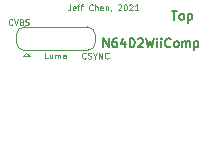
<source format=gbr>
G04 #@! TF.GenerationSoftware,KiCad,Pcbnew,(5.1.10-1-10_14)*
G04 #@! TF.CreationDate,2021-10-23T21:51:13-04:00*
G04 #@! TF.ProjectId,WiiComp,57696943-6f6d-4702-9e6b-696361645f70,1*
G04 #@! TF.SameCoordinates,Original*
G04 #@! TF.FileFunction,Legend,Top*
G04 #@! TF.FilePolarity,Positive*
%FSLAX46Y46*%
G04 Gerber Fmt 4.6, Leading zero omitted, Abs format (unit mm)*
G04 Created by KiCad (PCBNEW (5.1.10-1-10_14)) date 2021-10-23 21:51:13*
%MOMM*%
%LPD*%
G01*
G04 APERTURE LIST*
%ADD10C,0.127000*%
%ADD11C,0.125000*%
%ADD12C,0.150000*%
%ADD13C,0.120000*%
%ADD14C,0.100000*%
%ADD15C,0.152400*%
G04 APERTURE END LIST*
D10*
X135940000Y-90970000D02*
X152420000Y-90970000D01*
D11*
X141402380Y-78766190D02*
X141402380Y-79123333D01*
X141378571Y-79194761D01*
X141330952Y-79242380D01*
X141259523Y-79266190D01*
X141211904Y-79266190D01*
X141830952Y-79242380D02*
X141783333Y-79266190D01*
X141688095Y-79266190D01*
X141640476Y-79242380D01*
X141616666Y-79194761D01*
X141616666Y-79004285D01*
X141640476Y-78956666D01*
X141688095Y-78932857D01*
X141783333Y-78932857D01*
X141830952Y-78956666D01*
X141854761Y-79004285D01*
X141854761Y-79051904D01*
X141616666Y-79099523D01*
X141997619Y-78932857D02*
X142188095Y-78932857D01*
X142069047Y-79266190D02*
X142069047Y-78837619D01*
X142092857Y-78790000D01*
X142140476Y-78766190D01*
X142188095Y-78766190D01*
X142283333Y-78932857D02*
X142473809Y-78932857D01*
X142354761Y-79266190D02*
X142354761Y-78837619D01*
X142378571Y-78790000D01*
X142426190Y-78766190D01*
X142473809Y-78766190D01*
X143307142Y-79218571D02*
X143283333Y-79242380D01*
X143211904Y-79266190D01*
X143164285Y-79266190D01*
X143092857Y-79242380D01*
X143045238Y-79194761D01*
X143021428Y-79147142D01*
X142997619Y-79051904D01*
X142997619Y-78980476D01*
X143021428Y-78885238D01*
X143045238Y-78837619D01*
X143092857Y-78790000D01*
X143164285Y-78766190D01*
X143211904Y-78766190D01*
X143283333Y-78790000D01*
X143307142Y-78813809D01*
X143521428Y-79266190D02*
X143521428Y-78766190D01*
X143735714Y-79266190D02*
X143735714Y-79004285D01*
X143711904Y-78956666D01*
X143664285Y-78932857D01*
X143592857Y-78932857D01*
X143545238Y-78956666D01*
X143521428Y-78980476D01*
X144164285Y-79242380D02*
X144116666Y-79266190D01*
X144021428Y-79266190D01*
X143973809Y-79242380D01*
X143950000Y-79194761D01*
X143950000Y-79004285D01*
X143973809Y-78956666D01*
X144021428Y-78932857D01*
X144116666Y-78932857D01*
X144164285Y-78956666D01*
X144188095Y-79004285D01*
X144188095Y-79051904D01*
X143950000Y-79099523D01*
X144402380Y-78932857D02*
X144402380Y-79266190D01*
X144402380Y-78980476D02*
X144426190Y-78956666D01*
X144473809Y-78932857D01*
X144545238Y-78932857D01*
X144592857Y-78956666D01*
X144616666Y-79004285D01*
X144616666Y-79266190D01*
X144878571Y-79242380D02*
X144878571Y-79266190D01*
X144854761Y-79313809D01*
X144830952Y-79337619D01*
X145450000Y-78813809D02*
X145473809Y-78790000D01*
X145521428Y-78766190D01*
X145640476Y-78766190D01*
X145688095Y-78790000D01*
X145711904Y-78813809D01*
X145735714Y-78861428D01*
X145735714Y-78909047D01*
X145711904Y-78980476D01*
X145426190Y-79266190D01*
X145735714Y-79266190D01*
X146045238Y-78766190D02*
X146092857Y-78766190D01*
X146140476Y-78790000D01*
X146164285Y-78813809D01*
X146188095Y-78861428D01*
X146211904Y-78956666D01*
X146211904Y-79075714D01*
X146188095Y-79170952D01*
X146164285Y-79218571D01*
X146140476Y-79242380D01*
X146092857Y-79266190D01*
X146045238Y-79266190D01*
X145997619Y-79242380D01*
X145973809Y-79218571D01*
X145950000Y-79170952D01*
X145926190Y-79075714D01*
X145926190Y-78956666D01*
X145950000Y-78861428D01*
X145973809Y-78813809D01*
X145997619Y-78790000D01*
X146045238Y-78766190D01*
X146402380Y-78813809D02*
X146426190Y-78790000D01*
X146473809Y-78766190D01*
X146592857Y-78766190D01*
X146640476Y-78790000D01*
X146664285Y-78813809D01*
X146688095Y-78861428D01*
X146688095Y-78909047D01*
X146664285Y-78980476D01*
X146378571Y-79266190D01*
X146688095Y-79266190D01*
X147164285Y-79266190D02*
X146878571Y-79266190D01*
X147021428Y-79266190D02*
X147021428Y-78766190D01*
X146973809Y-78837619D01*
X146926190Y-78885238D01*
X146878571Y-78909047D01*
X139509047Y-83336190D02*
X139270952Y-83336190D01*
X139270952Y-82836190D01*
X139890000Y-83002857D02*
X139890000Y-83336190D01*
X139675714Y-83002857D02*
X139675714Y-83264761D01*
X139699523Y-83312380D01*
X139747142Y-83336190D01*
X139818571Y-83336190D01*
X139866190Y-83312380D01*
X139890000Y-83288571D01*
X140128095Y-83336190D02*
X140128095Y-83002857D01*
X140128095Y-83050476D02*
X140151904Y-83026666D01*
X140199523Y-83002857D01*
X140270952Y-83002857D01*
X140318571Y-83026666D01*
X140342380Y-83074285D01*
X140342380Y-83336190D01*
X140342380Y-83074285D02*
X140366190Y-83026666D01*
X140413809Y-83002857D01*
X140485238Y-83002857D01*
X140532857Y-83026666D01*
X140556666Y-83074285D01*
X140556666Y-83336190D01*
X141009047Y-83336190D02*
X141009047Y-83074285D01*
X140985238Y-83026666D01*
X140937619Y-83002857D01*
X140842380Y-83002857D01*
X140794761Y-83026666D01*
X141009047Y-83312380D02*
X140961428Y-83336190D01*
X140842380Y-83336190D01*
X140794761Y-83312380D01*
X140770952Y-83264761D01*
X140770952Y-83217142D01*
X140794761Y-83169523D01*
X140842380Y-83145714D01*
X140961428Y-83145714D01*
X141009047Y-83121904D01*
X142720476Y-83298571D02*
X142696666Y-83322380D01*
X142625238Y-83346190D01*
X142577619Y-83346190D01*
X142506190Y-83322380D01*
X142458571Y-83274761D01*
X142434761Y-83227142D01*
X142410952Y-83131904D01*
X142410952Y-83060476D01*
X142434761Y-82965238D01*
X142458571Y-82917619D01*
X142506190Y-82870000D01*
X142577619Y-82846190D01*
X142625238Y-82846190D01*
X142696666Y-82870000D01*
X142720476Y-82893809D01*
X142910952Y-83322380D02*
X142982380Y-83346190D01*
X143101428Y-83346190D01*
X143149047Y-83322380D01*
X143172857Y-83298571D01*
X143196666Y-83250952D01*
X143196666Y-83203333D01*
X143172857Y-83155714D01*
X143149047Y-83131904D01*
X143101428Y-83108095D01*
X143006190Y-83084285D01*
X142958571Y-83060476D01*
X142934761Y-83036666D01*
X142910952Y-82989047D01*
X142910952Y-82941428D01*
X142934761Y-82893809D01*
X142958571Y-82870000D01*
X143006190Y-82846190D01*
X143125238Y-82846190D01*
X143196666Y-82870000D01*
X143506190Y-83108095D02*
X143506190Y-83346190D01*
X143339523Y-82846190D02*
X143506190Y-83108095D01*
X143672857Y-82846190D01*
X143839523Y-83346190D02*
X143839523Y-82846190D01*
X144125238Y-83346190D01*
X144125238Y-82846190D01*
X144649047Y-83298571D02*
X144625238Y-83322380D01*
X144553809Y-83346190D01*
X144506190Y-83346190D01*
X144434761Y-83322380D01*
X144387142Y-83274761D01*
X144363333Y-83227142D01*
X144339523Y-83131904D01*
X144339523Y-83060476D01*
X144363333Y-82965238D01*
X144387142Y-82917619D01*
X144434761Y-82870000D01*
X144506190Y-82846190D01*
X144553809Y-82846190D01*
X144625238Y-82870000D01*
X144649047Y-82893809D01*
X136492380Y-80448571D02*
X136468571Y-80472380D01*
X136397142Y-80496190D01*
X136349523Y-80496190D01*
X136278095Y-80472380D01*
X136230476Y-80424761D01*
X136206666Y-80377142D01*
X136182857Y-80281904D01*
X136182857Y-80210476D01*
X136206666Y-80115238D01*
X136230476Y-80067619D01*
X136278095Y-80020000D01*
X136349523Y-79996190D01*
X136397142Y-79996190D01*
X136468571Y-80020000D01*
X136492380Y-80043809D01*
X136635238Y-79996190D02*
X136801904Y-80496190D01*
X136968571Y-79996190D01*
X137301904Y-80234285D02*
X137373333Y-80258095D01*
X137397142Y-80281904D01*
X137420952Y-80329523D01*
X137420952Y-80400952D01*
X137397142Y-80448571D01*
X137373333Y-80472380D01*
X137325714Y-80496190D01*
X137135238Y-80496190D01*
X137135238Y-79996190D01*
X137301904Y-79996190D01*
X137349523Y-80020000D01*
X137373333Y-80043809D01*
X137397142Y-80091428D01*
X137397142Y-80139047D01*
X137373333Y-80186666D01*
X137349523Y-80210476D01*
X137301904Y-80234285D01*
X137135238Y-80234285D01*
X137611428Y-80472380D02*
X137682857Y-80496190D01*
X137801904Y-80496190D01*
X137849523Y-80472380D01*
X137873333Y-80448571D01*
X137897142Y-80400952D01*
X137897142Y-80353333D01*
X137873333Y-80305714D01*
X137849523Y-80281904D01*
X137801904Y-80258095D01*
X137706666Y-80234285D01*
X137659047Y-80210476D01*
X137635238Y-80186666D01*
X137611428Y-80139047D01*
X137611428Y-80091428D01*
X137635238Y-80043809D01*
X137659047Y-80020000D01*
X137706666Y-79996190D01*
X137825714Y-79996190D01*
X137897142Y-80020000D01*
D12*
X150007142Y-79299285D02*
X150435714Y-79299285D01*
X150221428Y-80049285D02*
X150221428Y-79299285D01*
X150792857Y-80049285D02*
X150721428Y-80013571D01*
X150685714Y-79977857D01*
X150650000Y-79906428D01*
X150650000Y-79692142D01*
X150685714Y-79620714D01*
X150721428Y-79585000D01*
X150792857Y-79549285D01*
X150900000Y-79549285D01*
X150971428Y-79585000D01*
X151007142Y-79620714D01*
X151042857Y-79692142D01*
X151042857Y-79906428D01*
X151007142Y-79977857D01*
X150971428Y-80013571D01*
X150900000Y-80049285D01*
X150792857Y-80049285D01*
X151364285Y-79549285D02*
X151364285Y-80299285D01*
X151364285Y-79585000D02*
X151435714Y-79549285D01*
X151578571Y-79549285D01*
X151650000Y-79585000D01*
X151685714Y-79620714D01*
X151721428Y-79692142D01*
X151721428Y-79906428D01*
X151685714Y-79977857D01*
X151650000Y-80013571D01*
X151578571Y-80049285D01*
X151435714Y-80049285D01*
X151364285Y-80013571D01*
X144220000Y-82379285D02*
X144220000Y-81629285D01*
X144648571Y-82379285D01*
X144648571Y-81629285D01*
X145327142Y-81629285D02*
X145184285Y-81629285D01*
X145112857Y-81665000D01*
X145077142Y-81700714D01*
X145005714Y-81807857D01*
X144970000Y-81950714D01*
X144970000Y-82236428D01*
X145005714Y-82307857D01*
X145041428Y-82343571D01*
X145112857Y-82379285D01*
X145255714Y-82379285D01*
X145327142Y-82343571D01*
X145362857Y-82307857D01*
X145398571Y-82236428D01*
X145398571Y-82057857D01*
X145362857Y-81986428D01*
X145327142Y-81950714D01*
X145255714Y-81915000D01*
X145112857Y-81915000D01*
X145041428Y-81950714D01*
X145005714Y-81986428D01*
X144970000Y-82057857D01*
X146041428Y-81879285D02*
X146041428Y-82379285D01*
X145862857Y-81593571D02*
X145684285Y-82129285D01*
X146148571Y-82129285D01*
X146434285Y-82379285D02*
X146434285Y-81629285D01*
X146612857Y-81629285D01*
X146720000Y-81665000D01*
X146791428Y-81736428D01*
X146827142Y-81807857D01*
X146862857Y-81950714D01*
X146862857Y-82057857D01*
X146827142Y-82200714D01*
X146791428Y-82272142D01*
X146720000Y-82343571D01*
X146612857Y-82379285D01*
X146434285Y-82379285D01*
X147148571Y-81700714D02*
X147184285Y-81665000D01*
X147255714Y-81629285D01*
X147434285Y-81629285D01*
X147505714Y-81665000D01*
X147541428Y-81700714D01*
X147577142Y-81772142D01*
X147577142Y-81843571D01*
X147541428Y-81950714D01*
X147112857Y-82379285D01*
X147577142Y-82379285D01*
X147827142Y-81629285D02*
X148005714Y-82379285D01*
X148148571Y-81843571D01*
X148291428Y-82379285D01*
X148470000Y-81629285D01*
X148755714Y-82379285D02*
X148755714Y-81879285D01*
X148755714Y-81629285D02*
X148720000Y-81665000D01*
X148755714Y-81700714D01*
X148791428Y-81665000D01*
X148755714Y-81629285D01*
X148755714Y-81700714D01*
X149112857Y-82379285D02*
X149112857Y-81879285D01*
X149112857Y-81629285D02*
X149077142Y-81665000D01*
X149112857Y-81700714D01*
X149148571Y-81665000D01*
X149112857Y-81629285D01*
X149112857Y-81700714D01*
X149898571Y-82307857D02*
X149862857Y-82343571D01*
X149755714Y-82379285D01*
X149684285Y-82379285D01*
X149577142Y-82343571D01*
X149505714Y-82272142D01*
X149470000Y-82200714D01*
X149434285Y-82057857D01*
X149434285Y-81950714D01*
X149470000Y-81807857D01*
X149505714Y-81736428D01*
X149577142Y-81665000D01*
X149684285Y-81629285D01*
X149755714Y-81629285D01*
X149862857Y-81665000D01*
X149898571Y-81700714D01*
X150327142Y-82379285D02*
X150255714Y-82343571D01*
X150220000Y-82307857D01*
X150184285Y-82236428D01*
X150184285Y-82022142D01*
X150220000Y-81950714D01*
X150255714Y-81915000D01*
X150327142Y-81879285D01*
X150434285Y-81879285D01*
X150505714Y-81915000D01*
X150541428Y-81950714D01*
X150577142Y-82022142D01*
X150577142Y-82236428D01*
X150541428Y-82307857D01*
X150505714Y-82343571D01*
X150434285Y-82379285D01*
X150327142Y-82379285D01*
X150898571Y-82379285D02*
X150898571Y-81879285D01*
X150898571Y-81950714D02*
X150934285Y-81915000D01*
X151005714Y-81879285D01*
X151112857Y-81879285D01*
X151184285Y-81915000D01*
X151220000Y-81986428D01*
X151220000Y-82379285D01*
X151220000Y-81986428D02*
X151255714Y-81915000D01*
X151327142Y-81879285D01*
X151434285Y-81879285D01*
X151505714Y-81915000D01*
X151541428Y-81986428D01*
X151541428Y-82379285D01*
X151898571Y-81879285D02*
X151898571Y-82629285D01*
X151898571Y-81915000D02*
X151970000Y-81879285D01*
X152112857Y-81879285D01*
X152184285Y-81915000D01*
X152220000Y-81950714D01*
X152255714Y-82022142D01*
X152255714Y-82236428D01*
X152220000Y-82307857D01*
X152184285Y-82343571D01*
X152112857Y-82379285D01*
X151970000Y-82379285D01*
X151898571Y-82343571D01*
D13*
X143540000Y-81360000D02*
X143540000Y-81960000D01*
X140090000Y-80660000D02*
X142890000Y-80660000D01*
X142890000Y-82660000D02*
X140090000Y-82660000D01*
X142840000Y-80660000D02*
G75*
G02*
X143540000Y-81360000I0J-700000D01*
G01*
X143540000Y-81960000D02*
G75*
G02*
X142840000Y-82660000I-700000J0D01*
G01*
X137690000Y-82860000D02*
X137990000Y-83160000D01*
X137390000Y-83160000D02*
X137990000Y-83160000D01*
X137690000Y-82860000D02*
X137390000Y-83160000D01*
X136840000Y-81960000D02*
X136840000Y-81360000D01*
X140290000Y-82660000D02*
X137490000Y-82660000D01*
X137490000Y-80660000D02*
X140290000Y-80660000D01*
X137540000Y-82660000D02*
G75*
G02*
X136840000Y-81960000I0J700000D01*
G01*
X136840000Y-81360000D02*
G75*
G02*
X137540000Y-80660000I700000J0D01*
G01*
%LPC*%
D14*
G36*
X153730000Y-92940000D02*
G01*
X134770000Y-92940000D01*
X134770000Y-85890000D01*
X153730000Y-85890000D01*
X153730000Y-92940000D01*
G37*
X153730000Y-92940000D02*
X134770000Y-92940000D01*
X134770000Y-85890000D01*
X153730000Y-85890000D01*
X153730000Y-92940000D01*
G36*
X140660000Y-80960000D02*
G01*
X142390000Y-80960000D01*
X142390000Y-82360000D01*
X140660000Y-82360000D01*
X140660000Y-80960000D01*
G37*
X140660000Y-80960000D02*
X142390000Y-80960000D01*
X142390000Y-82360000D01*
X140660000Y-82360000D01*
X140660000Y-80960000D01*
G36*
X139710000Y-82360000D02*
G01*
X138080000Y-82360000D01*
X138080000Y-80960000D01*
X139710000Y-80960000D01*
X139710000Y-82360000D01*
G37*
X139710000Y-82360000D02*
X138080000Y-82360000D01*
X138080000Y-80960000D01*
X139710000Y-80960000D01*
X139710000Y-82360000D01*
G36*
X138390000Y-81960000D02*
G01*
X138139290Y-81960000D01*
X138139290Y-81359564D01*
X138390000Y-81359564D01*
X138390000Y-81960000D01*
G37*
X138390000Y-81960000D02*
X138139290Y-81960000D01*
X138139290Y-81359564D01*
X138390000Y-81359564D01*
X138390000Y-81960000D01*
G36*
G01*
X149244200Y-78140400D02*
X149244200Y-75839600D01*
G75*
G02*
X149744600Y-75339200I500400J0D01*
G01*
X150745400Y-75339200D01*
G75*
G02*
X151245800Y-75839600I0J-500400D01*
G01*
X151245800Y-78140400D01*
G75*
G02*
X150745400Y-78640800I-500400J0D01*
G01*
X149744600Y-78640800D01*
G75*
G02*
X149244200Y-78140400I0J500400D01*
G01*
G37*
G36*
G01*
X146824200Y-78140400D02*
X146824200Y-75839600D01*
G75*
G02*
X147324600Y-75339200I500400J0D01*
G01*
X148325400Y-75339200D01*
G75*
G02*
X148825800Y-75839600I0J-500400D01*
G01*
X148825800Y-78140400D01*
G75*
G02*
X148325400Y-78640800I-500400J0D01*
G01*
X147324600Y-78640800D01*
G75*
G02*
X146824200Y-78140400I0J500400D01*
G01*
G37*
G36*
G01*
X144404200Y-78140400D02*
X144404200Y-75839600D01*
G75*
G02*
X144904600Y-75339200I500400J0D01*
G01*
X145905400Y-75339200D01*
G75*
G02*
X146405800Y-75839600I0J-500400D01*
G01*
X146405800Y-78140400D01*
G75*
G02*
X145905400Y-78640800I-500400J0D01*
G01*
X144904600Y-78640800D01*
G75*
G02*
X144404200Y-78140400I0J500400D01*
G01*
G37*
G36*
G01*
X141984200Y-78140400D02*
X141984200Y-75839600D01*
G75*
G02*
X142484600Y-75339200I500400J0D01*
G01*
X143485400Y-75339200D01*
G75*
G02*
X143985800Y-75839600I0J-500400D01*
G01*
X143985800Y-78140400D01*
G75*
G02*
X143485400Y-78640800I-500400J0D01*
G01*
X142484600Y-78640800D01*
G75*
G02*
X141984200Y-78140400I0J500400D01*
G01*
G37*
G36*
G01*
X139564200Y-78140400D02*
X139564200Y-75839600D01*
G75*
G02*
X140064600Y-75339200I500400J0D01*
G01*
X141065400Y-75339200D01*
G75*
G02*
X141565800Y-75839600I0J-500400D01*
G01*
X141565800Y-78140400D01*
G75*
G02*
X141065400Y-78640800I-500400J0D01*
G01*
X140064600Y-78640800D01*
G75*
G02*
X139564200Y-78140400I0J500400D01*
G01*
G37*
G36*
G01*
X137144200Y-78140400D02*
X137144200Y-75839600D01*
G75*
G02*
X137644600Y-75339200I500400J0D01*
G01*
X138645400Y-75339200D01*
G75*
G02*
X139145800Y-75839600I0J-500400D01*
G01*
X139145800Y-78140400D01*
G75*
G02*
X138645400Y-78640800I-500400J0D01*
G01*
X137644600Y-78640800D01*
G75*
G02*
X137144200Y-78140400I0J500400D01*
G01*
G37*
G36*
G01*
X136389200Y-90510400D02*
X136389200Y-84209600D01*
G75*
G02*
X136789600Y-83809200I400400J0D01*
G01*
X137590400Y-83809200D01*
G75*
G02*
X137990800Y-84209600I0J-400400D01*
G01*
X137990800Y-90510400D01*
G75*
G02*
X137590400Y-90910800I-400400J0D01*
G01*
X136789600Y-90910800D01*
G75*
G02*
X136389200Y-90510400I0J400400D01*
G01*
G37*
G36*
G01*
X138389200Y-90510400D02*
X138389200Y-84209600D01*
G75*
G02*
X138789600Y-83809200I400400J0D01*
G01*
X139590400Y-83809200D01*
G75*
G02*
X139990800Y-84209600I0J-400400D01*
G01*
X139990800Y-90510400D01*
G75*
G02*
X139590400Y-90910800I-400400J0D01*
G01*
X138789600Y-90910800D01*
G75*
G02*
X138389200Y-90510400I0J400400D01*
G01*
G37*
G36*
G01*
X140389200Y-90510400D02*
X140389200Y-84209600D01*
G75*
G02*
X140789600Y-83809200I400400J0D01*
G01*
X141590400Y-83809200D01*
G75*
G02*
X141990800Y-84209600I0J-400400D01*
G01*
X141990800Y-90510400D01*
G75*
G02*
X141590400Y-90910800I-400400J0D01*
G01*
X140789600Y-90910800D01*
G75*
G02*
X140389200Y-90510400I0J400400D01*
G01*
G37*
G36*
G01*
X142389200Y-90510400D02*
X142389200Y-84209600D01*
G75*
G02*
X142789600Y-83809200I400400J0D01*
G01*
X143590400Y-83809200D01*
G75*
G02*
X143990800Y-84209600I0J-400400D01*
G01*
X143990800Y-90510400D01*
G75*
G02*
X143590400Y-90910800I-400400J0D01*
G01*
X142789600Y-90910800D01*
G75*
G02*
X142389200Y-90510400I0J400400D01*
G01*
G37*
G36*
G01*
X144389200Y-90510400D02*
X144389200Y-84209600D01*
G75*
G02*
X144789600Y-83809200I400400J0D01*
G01*
X145590400Y-83809200D01*
G75*
G02*
X145990800Y-84209600I0J-400400D01*
G01*
X145990800Y-90510400D01*
G75*
G02*
X145590400Y-90910800I-400400J0D01*
G01*
X144789600Y-90910800D01*
G75*
G02*
X144389200Y-90510400I0J400400D01*
G01*
G37*
G36*
G01*
X146389200Y-90510400D02*
X146389200Y-84209600D01*
G75*
G02*
X146789600Y-83809200I400400J0D01*
G01*
X147590400Y-83809200D01*
G75*
G02*
X147990800Y-84209600I0J-400400D01*
G01*
X147990800Y-90510400D01*
G75*
G02*
X147590400Y-90910800I-400400J0D01*
G01*
X146789600Y-90910800D01*
G75*
G02*
X146389200Y-90510400I0J400400D01*
G01*
G37*
G36*
G01*
X148389200Y-90510400D02*
X148389200Y-84209600D01*
G75*
G02*
X148789600Y-83809200I400400J0D01*
G01*
X149590400Y-83809200D01*
G75*
G02*
X149990800Y-84209600I0J-400400D01*
G01*
X149990800Y-90510400D01*
G75*
G02*
X149590400Y-90910800I-400400J0D01*
G01*
X148789600Y-90910800D01*
G75*
G02*
X148389200Y-90510400I0J400400D01*
G01*
G37*
G36*
G01*
X150389200Y-90510400D02*
X150389200Y-84209600D01*
G75*
G02*
X150789600Y-83809200I400400J0D01*
G01*
X151590400Y-83809200D01*
G75*
G02*
X151990800Y-84209600I0J-400400D01*
G01*
X151990800Y-90510400D01*
G75*
G02*
X151590400Y-90910800I-400400J0D01*
G01*
X150789600Y-90910800D01*
G75*
G02*
X150389200Y-90510400I0J400400D01*
G01*
G37*
D15*
G36*
X142230089Y-82459824D02*
G01*
X142220560Y-82456933D01*
X142211777Y-82452239D01*
X142204079Y-82445921D01*
X142197761Y-82438223D01*
X142193067Y-82429440D01*
X142190176Y-82419911D01*
X142189200Y-82410000D01*
X142189200Y-80910000D01*
X142190176Y-80900089D01*
X142193067Y-80890560D01*
X142197761Y-80881777D01*
X142204079Y-80874079D01*
X142211777Y-80867761D01*
X142220560Y-80863067D01*
X142230089Y-80860176D01*
X142240000Y-80859200D01*
X142790000Y-80859200D01*
X142796113Y-80859802D01*
X142814534Y-80859802D01*
X142819514Y-80860047D01*
X142868345Y-80864857D01*
X142873275Y-80865588D01*
X142921400Y-80875160D01*
X142926237Y-80876372D01*
X142973192Y-80890616D01*
X142977885Y-80892295D01*
X143023218Y-80911072D01*
X143027726Y-80913204D01*
X143070999Y-80936335D01*
X143075273Y-80938897D01*
X143116072Y-80966157D01*
X143120077Y-80969127D01*
X143158006Y-81000255D01*
X143161700Y-81003603D01*
X143196397Y-81038300D01*
X143199745Y-81041994D01*
X143230873Y-81079923D01*
X143233843Y-81083928D01*
X143261103Y-81124727D01*
X143263665Y-81129001D01*
X143286796Y-81172274D01*
X143288928Y-81176782D01*
X143307705Y-81222115D01*
X143309384Y-81226808D01*
X143323628Y-81273763D01*
X143324840Y-81278600D01*
X143334412Y-81326725D01*
X143335143Y-81331655D01*
X143339953Y-81380486D01*
X143340198Y-81385466D01*
X143340198Y-81403887D01*
X143340800Y-81410000D01*
X143340800Y-81910000D01*
X143340198Y-81916113D01*
X143340198Y-81934534D01*
X143339953Y-81939514D01*
X143335143Y-81988345D01*
X143334412Y-81993275D01*
X143324840Y-82041400D01*
X143323628Y-82046237D01*
X143309384Y-82093192D01*
X143307705Y-82097885D01*
X143288928Y-82143218D01*
X143286796Y-82147726D01*
X143263665Y-82190999D01*
X143261103Y-82195273D01*
X143233843Y-82236072D01*
X143230873Y-82240077D01*
X143199745Y-82278006D01*
X143196397Y-82281700D01*
X143161700Y-82316397D01*
X143158006Y-82319745D01*
X143120077Y-82350873D01*
X143116072Y-82353843D01*
X143075273Y-82381103D01*
X143070999Y-82383665D01*
X143027726Y-82406796D01*
X143023218Y-82408928D01*
X142977885Y-82427705D01*
X142973192Y-82429384D01*
X142926237Y-82443628D01*
X142921400Y-82444840D01*
X142873275Y-82454412D01*
X142868345Y-82455143D01*
X142819514Y-82459953D01*
X142814534Y-82460198D01*
X142796113Y-82460198D01*
X142790000Y-82460800D01*
X142240000Y-82460800D01*
X142230089Y-82459824D01*
G37*
G36*
X140183887Y-82460198D02*
G01*
X140165466Y-82460198D01*
X140160486Y-82459953D01*
X140111655Y-82455143D01*
X140106725Y-82454412D01*
X140058600Y-82444840D01*
X140053763Y-82443628D01*
X140006808Y-82429384D01*
X140002115Y-82427705D01*
X139956782Y-82408928D01*
X139952274Y-82406796D01*
X139909001Y-82383665D01*
X139904727Y-82381103D01*
X139863928Y-82353843D01*
X139859923Y-82350873D01*
X139821994Y-82319745D01*
X139818300Y-82316397D01*
X139783603Y-82281700D01*
X139780255Y-82278006D01*
X139749127Y-82240077D01*
X139746157Y-82236072D01*
X139718897Y-82195273D01*
X139716335Y-82190999D01*
X139693204Y-82147726D01*
X139691072Y-82143218D01*
X139672295Y-82097885D01*
X139670616Y-82093192D01*
X139656372Y-82046237D01*
X139655160Y-82041400D01*
X139645588Y-81993275D01*
X139644857Y-81988345D01*
X139640047Y-81939514D01*
X139639802Y-81934534D01*
X139639802Y-81916113D01*
X139639200Y-81910000D01*
X139639200Y-81410000D01*
X139639802Y-81403887D01*
X139639802Y-81385466D01*
X139640047Y-81380486D01*
X139644857Y-81331655D01*
X139645588Y-81326725D01*
X139655160Y-81278600D01*
X139656372Y-81273763D01*
X139670616Y-81226808D01*
X139672295Y-81222115D01*
X139691072Y-81176782D01*
X139693204Y-81172274D01*
X139716335Y-81129001D01*
X139718897Y-81124727D01*
X139746157Y-81083928D01*
X139749127Y-81079923D01*
X139780255Y-81041994D01*
X139783603Y-81038300D01*
X139818300Y-81003603D01*
X139821994Y-81000255D01*
X139859923Y-80969127D01*
X139863928Y-80966157D01*
X139904727Y-80938897D01*
X139909001Y-80936335D01*
X139952274Y-80913204D01*
X139956782Y-80911072D01*
X140002115Y-80892295D01*
X140006808Y-80890616D01*
X140053763Y-80876372D01*
X140058600Y-80875160D01*
X140106725Y-80865588D01*
X140111655Y-80864857D01*
X140160486Y-80860047D01*
X140165466Y-80859802D01*
X140183887Y-80859802D01*
X140190000Y-80859200D01*
X140740000Y-80859200D01*
X140749911Y-80860176D01*
X140759440Y-80863067D01*
X140768223Y-80867761D01*
X140775921Y-80874079D01*
X140782239Y-80881777D01*
X140786933Y-80890560D01*
X140789824Y-80900089D01*
X140790800Y-80910000D01*
X140790800Y-82410000D01*
X140789824Y-82419911D01*
X140786933Y-82429440D01*
X140782239Y-82438223D01*
X140775921Y-82445921D01*
X140768223Y-82452239D01*
X140759440Y-82456933D01*
X140749911Y-82459824D01*
X140740000Y-82460800D01*
X140190000Y-82460800D01*
X140183887Y-82460198D01*
G37*
G36*
G01*
X142040800Y-80910000D02*
X142040800Y-82410000D01*
G75*
G02*
X141990000Y-82460800I-50800J0D01*
G01*
X140990000Y-82460800D01*
G75*
G02*
X140939200Y-82410000I0J50800D01*
G01*
X140939200Y-80910000D01*
G75*
G02*
X140990000Y-80859200I50800J0D01*
G01*
X141990000Y-80859200D01*
G75*
G02*
X142040800Y-80910000I0J-50800D01*
G01*
G37*
G36*
X140196113Y-80859802D02*
G01*
X140214534Y-80859802D01*
X140219514Y-80860047D01*
X140268345Y-80864857D01*
X140273275Y-80865588D01*
X140321400Y-80875160D01*
X140326237Y-80876372D01*
X140373192Y-80890616D01*
X140377885Y-80892295D01*
X140423218Y-80911072D01*
X140427726Y-80913204D01*
X140470999Y-80936335D01*
X140475273Y-80938897D01*
X140516072Y-80966157D01*
X140520077Y-80969127D01*
X140558006Y-81000255D01*
X140561700Y-81003603D01*
X140596397Y-81038300D01*
X140599745Y-81041994D01*
X140630873Y-81079923D01*
X140633843Y-81083928D01*
X140661103Y-81124727D01*
X140663665Y-81129001D01*
X140686796Y-81172274D01*
X140688928Y-81176782D01*
X140707705Y-81222115D01*
X140709384Y-81226808D01*
X140723628Y-81273763D01*
X140724840Y-81278600D01*
X140734412Y-81326725D01*
X140735143Y-81331655D01*
X140739953Y-81380486D01*
X140740198Y-81385466D01*
X140740198Y-81403887D01*
X140740800Y-81410000D01*
X140740800Y-81910000D01*
X140740198Y-81916113D01*
X140740198Y-81934534D01*
X140739953Y-81939514D01*
X140735143Y-81988345D01*
X140734412Y-81993275D01*
X140724840Y-82041400D01*
X140723628Y-82046237D01*
X140709384Y-82093192D01*
X140707705Y-82097885D01*
X140688928Y-82143218D01*
X140686796Y-82147726D01*
X140663665Y-82190999D01*
X140661103Y-82195273D01*
X140633843Y-82236072D01*
X140630873Y-82240077D01*
X140599745Y-82278006D01*
X140596397Y-82281700D01*
X140561700Y-82316397D01*
X140558006Y-82319745D01*
X140520077Y-82350873D01*
X140516072Y-82353843D01*
X140475273Y-82381103D01*
X140470999Y-82383665D01*
X140427726Y-82406796D01*
X140423218Y-82408928D01*
X140377885Y-82427705D01*
X140373192Y-82429384D01*
X140326237Y-82443628D01*
X140321400Y-82444840D01*
X140273275Y-82454412D01*
X140268345Y-82455143D01*
X140219514Y-82459953D01*
X140214534Y-82460198D01*
X140196113Y-82460198D01*
X140190000Y-82460800D01*
X139640000Y-82460800D01*
X139630089Y-82459824D01*
X139620560Y-82456933D01*
X139611777Y-82452239D01*
X139604079Y-82445921D01*
X139597761Y-82438223D01*
X139593067Y-82429440D01*
X139590176Y-82419911D01*
X139589200Y-82410000D01*
X139589200Y-80910000D01*
X139590176Y-80900089D01*
X139593067Y-80890560D01*
X139597761Y-80881777D01*
X139604079Y-80874079D01*
X139611777Y-80867761D01*
X139620560Y-80863067D01*
X139630089Y-80860176D01*
X139640000Y-80859200D01*
X140190000Y-80859200D01*
X140196113Y-80859802D01*
G37*
G36*
G01*
X138339200Y-82410000D02*
X138339200Y-80910000D01*
G75*
G02*
X138390000Y-80859200I50800J0D01*
G01*
X139390000Y-80859200D01*
G75*
G02*
X139440800Y-80910000I0J-50800D01*
G01*
X139440800Y-82410000D01*
G75*
G02*
X139390000Y-82460800I-50800J0D01*
G01*
X138390000Y-82460800D01*
G75*
G02*
X138339200Y-82410000I0J50800D01*
G01*
G37*
G36*
X138149911Y-80860176D02*
G01*
X138159440Y-80863067D01*
X138168223Y-80867761D01*
X138175921Y-80874079D01*
X138182239Y-80881777D01*
X138186933Y-80890560D01*
X138189824Y-80900089D01*
X138190800Y-80910000D01*
X138190800Y-82410000D01*
X138189824Y-82419911D01*
X138186933Y-82429440D01*
X138182239Y-82438223D01*
X138175921Y-82445921D01*
X138168223Y-82452239D01*
X138159440Y-82456933D01*
X138149911Y-82459824D01*
X138140000Y-82460800D01*
X137590000Y-82460800D01*
X137583887Y-82460198D01*
X137565466Y-82460198D01*
X137560486Y-82459953D01*
X137511655Y-82455143D01*
X137506725Y-82454412D01*
X137458600Y-82444840D01*
X137453763Y-82443628D01*
X137406808Y-82429384D01*
X137402115Y-82427705D01*
X137356782Y-82408928D01*
X137352274Y-82406796D01*
X137309001Y-82383665D01*
X137304727Y-82381103D01*
X137263928Y-82353843D01*
X137259923Y-82350873D01*
X137221994Y-82319745D01*
X137218300Y-82316397D01*
X137183603Y-82281700D01*
X137180255Y-82278006D01*
X137149127Y-82240077D01*
X137146157Y-82236072D01*
X137118897Y-82195273D01*
X137116335Y-82190999D01*
X137093204Y-82147726D01*
X137091072Y-82143218D01*
X137072295Y-82097885D01*
X137070616Y-82093192D01*
X137056372Y-82046237D01*
X137055160Y-82041400D01*
X137045588Y-81993275D01*
X137044857Y-81988345D01*
X137040047Y-81939514D01*
X137039802Y-81934534D01*
X137039802Y-81916113D01*
X137039200Y-81910000D01*
X137039200Y-81410000D01*
X137039802Y-81403887D01*
X137039802Y-81385466D01*
X137040047Y-81380486D01*
X137044857Y-81331655D01*
X137045588Y-81326725D01*
X137055160Y-81278600D01*
X137056372Y-81273763D01*
X137070616Y-81226808D01*
X137072295Y-81222115D01*
X137091072Y-81176782D01*
X137093204Y-81172274D01*
X137116335Y-81129001D01*
X137118897Y-81124727D01*
X137146157Y-81083928D01*
X137149127Y-81079923D01*
X137180255Y-81041994D01*
X137183603Y-81038300D01*
X137218300Y-81003603D01*
X137221994Y-81000255D01*
X137259923Y-80969127D01*
X137263928Y-80966157D01*
X137304727Y-80938897D01*
X137309001Y-80936335D01*
X137352274Y-80913204D01*
X137356782Y-80911072D01*
X137402115Y-80892295D01*
X137406808Y-80890616D01*
X137453763Y-80876372D01*
X137458600Y-80875160D01*
X137506725Y-80865588D01*
X137511655Y-80864857D01*
X137560486Y-80860047D01*
X137565466Y-80859802D01*
X137583887Y-80859802D01*
X137590000Y-80859200D01*
X138140000Y-80859200D01*
X138149911Y-80860176D01*
G37*
M02*

</source>
